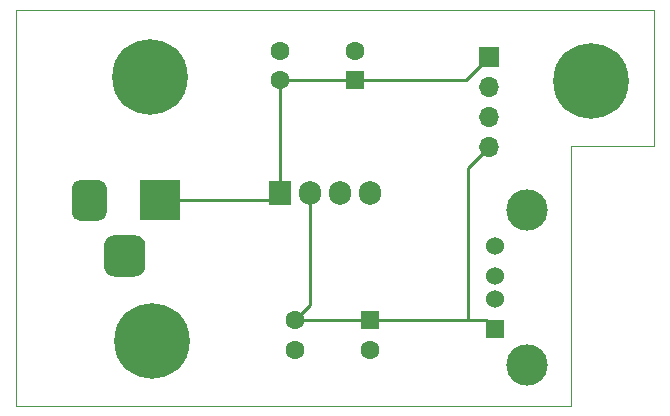
<source format=gbr>
%TF.GenerationSoftware,KiCad,Pcbnew,(5.1.6)-1*%
%TF.CreationDate,2020-05-29T18:25:56-04:00*%
%TF.ProjectId,storjNodePSU,73746f72-6a4e-46f6-9465-5053552e6b69,rev?*%
%TF.SameCoordinates,Original*%
%TF.FileFunction,Copper,L1,Top*%
%TF.FilePolarity,Positive*%
%FSLAX46Y46*%
G04 Gerber Fmt 4.6, Leading zero omitted, Abs format (unit mm)*
G04 Created by KiCad (PCBNEW (5.1.6)-1) date 2020-05-29 18:25:56*
%MOMM*%
%LPD*%
G01*
G04 APERTURE LIST*
%TA.AperFunction,Profile*%
%ADD10C,0.050000*%
%TD*%
%TA.AperFunction,ComponentPad*%
%ADD11C,6.400000*%
%TD*%
%TA.AperFunction,ComponentPad*%
%ADD12C,0.800000*%
%TD*%
%TA.AperFunction,ComponentPad*%
%ADD13R,1.600000X1.600000*%
%TD*%
%TA.AperFunction,ComponentPad*%
%ADD14C,1.600000*%
%TD*%
%TA.AperFunction,ComponentPad*%
%ADD15R,3.500000X3.500000*%
%TD*%
%TA.AperFunction,ComponentPad*%
%ADD16C,3.500000*%
%TD*%
%TA.AperFunction,ComponentPad*%
%ADD17R,1.524000X1.524000*%
%TD*%
%TA.AperFunction,ComponentPad*%
%ADD18C,1.524000*%
%TD*%
%TA.AperFunction,ComponentPad*%
%ADD19R,1.700000X1.700000*%
%TD*%
%TA.AperFunction,ComponentPad*%
%ADD20O,1.700000X1.700000*%
%TD*%
%TA.AperFunction,ComponentPad*%
%ADD21R,1.905000X2.000000*%
%TD*%
%TA.AperFunction,ComponentPad*%
%ADD22O,1.905000X2.000000*%
%TD*%
%TA.AperFunction,Conductor*%
%ADD23C,0.250000*%
%TD*%
G04 APERTURE END LIST*
D10*
X141500000Y-113500000D02*
X141500000Y-135500000D01*
X148500000Y-113500000D02*
X141500000Y-113500000D01*
X148500000Y-102000000D02*
X148500000Y-113500000D01*
X147000000Y-102000000D02*
X148500000Y-102000000D01*
X147000000Y-102000000D02*
X94500000Y-102000000D01*
X94500000Y-112500000D02*
X94500000Y-102000000D01*
X94500000Y-135500000D02*
X141500000Y-135500000D01*
X94500000Y-112500000D02*
X94500000Y-135500000D01*
D11*
%TO.P,MH3,1*%
%TO.N,N/C*%
X143200000Y-108000000D03*
D12*
X145600000Y-108000000D03*
X144897056Y-109697056D03*
X143200000Y-110400000D03*
X141502944Y-109697056D03*
X140800000Y-108000000D03*
X141502944Y-106302944D03*
X143200000Y-105600000D03*
X144897056Y-106302944D03*
%TD*%
D11*
%TO.P,MH2,1*%
%TO.N,N/C*%
X106000000Y-130000000D03*
D12*
X108400000Y-130000000D03*
X107697056Y-131697056D03*
X106000000Y-132400000D03*
X104302944Y-131697056D03*
X103600000Y-130000000D03*
X104302944Y-128302944D03*
X106000000Y-127600000D03*
X107697056Y-128302944D03*
%TD*%
%TO.P,MH1,1*%
%TO.N,N/C*%
X107500000Y-106000000D03*
X105802944Y-105297056D03*
X104105888Y-106000000D03*
X103402944Y-107697056D03*
X104105888Y-109394112D03*
X105802944Y-110097056D03*
X107500000Y-109394112D03*
X108202944Y-107697056D03*
D11*
X105802944Y-107697056D03*
%TD*%
D13*
%TO.P,C1,1*%
%TO.N,+12V*%
X123190000Y-107950000D03*
D14*
%TO.P,C1,2*%
%TO.N,GND*%
X123190000Y-105450000D03*
%TD*%
%TO.P,C2,2*%
%TO.N,GND*%
X124460000Y-130770000D03*
D13*
%TO.P,C2,1*%
%TO.N,+5V*%
X124460000Y-128270000D03*
%TD*%
D14*
%TO.P,C3,1*%
%TO.N,+12V*%
X116840000Y-107950000D03*
%TO.P,C3,2*%
%TO.N,GND*%
X116840000Y-105450000D03*
%TD*%
%TO.P,C4,2*%
%TO.N,GND*%
X118110000Y-130770000D03*
%TO.P,C4,1*%
%TO.N,+5V*%
X118110000Y-128270000D03*
%TD*%
D15*
%TO.P,J1,1*%
%TO.N,+12V*%
X106680000Y-118110000D03*
%TO.P,J1,2*%
%TO.N,GND*%
%TA.AperFunction,ComponentPad*%
G36*
G01*
X99180000Y-119110000D02*
X99180000Y-117110000D01*
G75*
G02*
X99930000Y-116360000I750000J0D01*
G01*
X101430000Y-116360000D01*
G75*
G02*
X102180000Y-117110000I0J-750000D01*
G01*
X102180000Y-119110000D01*
G75*
G02*
X101430000Y-119860000I-750000J0D01*
G01*
X99930000Y-119860000D01*
G75*
G02*
X99180000Y-119110000I0J750000D01*
G01*
G37*
%TD.AperFunction*%
%TO.P,J1,3*%
%TO.N,N/C*%
%TA.AperFunction,ComponentPad*%
G36*
G01*
X101930000Y-123685000D02*
X101930000Y-121935000D01*
G75*
G02*
X102805000Y-121060000I875000J0D01*
G01*
X104555000Y-121060000D01*
G75*
G02*
X105430000Y-121935000I0J-875000D01*
G01*
X105430000Y-123685000D01*
G75*
G02*
X104555000Y-124560000I-875000J0D01*
G01*
X102805000Y-124560000D01*
G75*
G02*
X101930000Y-123685000I0J875000D01*
G01*
G37*
%TD.AperFunction*%
%TD*%
D16*
%TO.P,J3,5*%
%TO.N,GND*%
X137710000Y-118930000D03*
X137710000Y-132070000D03*
D17*
%TO.P,J3,1*%
%TO.N,+5V*%
X135000000Y-129000000D03*
D18*
%TO.P,J3,2*%
%TO.N,Net-(J3-Pad2)*%
X135000000Y-126500000D03*
%TO.P,J3,3*%
%TO.N,Net-(J3-Pad3)*%
X135000000Y-124500000D03*
%TO.P,J3,4*%
%TO.N,GND*%
X135000000Y-122000000D03*
%TD*%
D19*
%TO.P,J4,1*%
%TO.N,+12V*%
X134500000Y-106000000D03*
D20*
%TO.P,J4,2*%
%TO.N,GND*%
X134500000Y-108540000D03*
%TO.P,J4,3*%
X134500000Y-111080000D03*
%TO.P,J4,4*%
%TO.N,+5V*%
X134500000Y-113620000D03*
%TD*%
D21*
%TO.P,U1,1*%
%TO.N,+12V*%
X116840000Y-117500000D03*
D22*
%TO.P,U1,2*%
%TO.N,+5V*%
X119380000Y-117500000D03*
%TO.P,U1,3*%
%TO.N,GND*%
X121920000Y-117500000D03*
%TO.P,U1,4*%
%TO.N,+12V*%
X124460000Y-117500000D03*
%TD*%
D23*
%TO.N,+12V*%
X116230000Y-118110000D02*
X116840000Y-117500000D01*
X106680000Y-118110000D02*
X116230000Y-118110000D01*
X116840000Y-117500000D02*
X116840000Y-107950000D01*
X116840000Y-107950000D02*
X123190000Y-107950000D01*
X132550000Y-107950000D02*
X134500000Y-106000000D01*
X123190000Y-107950000D02*
X132550000Y-107950000D01*
%TO.N,+5V*%
X119380000Y-127000000D02*
X118110000Y-128270000D01*
X119380000Y-117500000D02*
X119380000Y-127000000D01*
X118110000Y-128270000D02*
X124460000Y-128270000D01*
X124460000Y-128270000D02*
X132730000Y-128270000D01*
X132730000Y-115390000D02*
X132730000Y-128270000D01*
X134500000Y-113620000D02*
X132730000Y-115390000D01*
X134270000Y-128270000D02*
X135000000Y-129000000D01*
X132730000Y-128270000D02*
X134270000Y-128270000D01*
%TD*%
M02*

</source>
